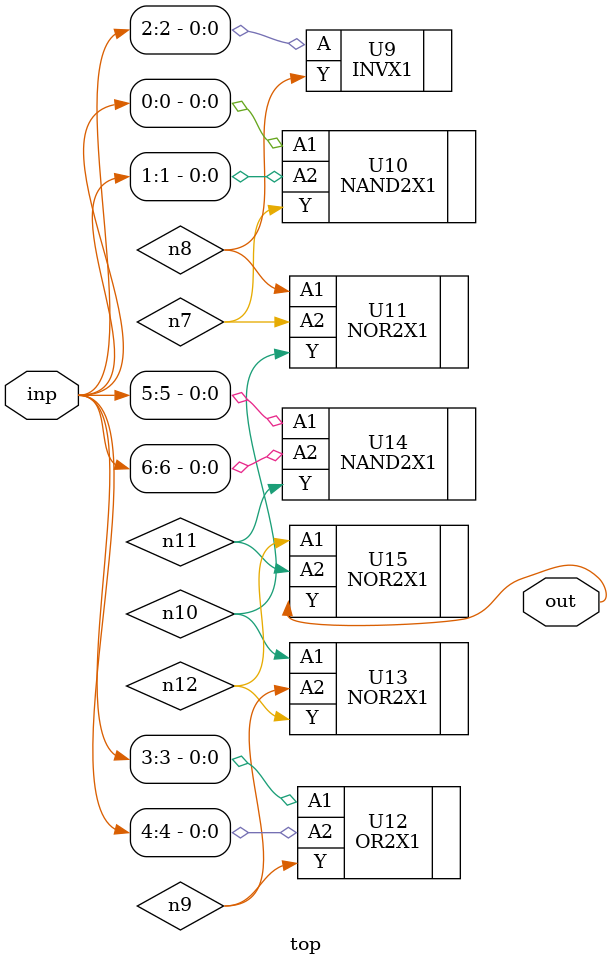
<source format=sv>


module top ( inp, out );
  input [6:0] inp;
  output out;
  wire   n7, n8, n9, n10, n11, n12;

  INVX1 U9 ( .A(inp[2]), .Y(n8) );
  NAND2X1 U10 ( .A1(inp[0]), .A2(inp[1]), .Y(n7) );
  NOR2X1 U11 ( .A1(n8), .A2(n7), .Y(n10) );
  OR2X1 U12 ( .A1(inp[3]), .A2(inp[4]), .Y(n9) );
  NOR2X1 U13 ( .A1(n10), .A2(n9), .Y(n12) );
  NAND2X1 U14 ( .A1(inp[5]), .A2(inp[6]), .Y(n11) );
  NOR2X1 U15 ( .A1(n12), .A2(n11), .Y(out) );
endmodule


</source>
